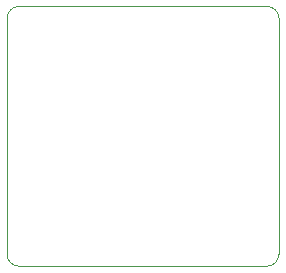
<source format=gm1>
G04 #@! TF.GenerationSoftware,KiCad,Pcbnew,(5.1.10)-1*
G04 #@! TF.CreationDate,2021-07-21T20:41:20-04:00*
G04 #@! TF.ProjectId,entropy r2,656e7472-6f70-4792-9072-322e6b696361,rev?*
G04 #@! TF.SameCoordinates,Original*
G04 #@! TF.FileFunction,Profile,NP*
%FSLAX46Y46*%
G04 Gerber Fmt 4.6, Leading zero omitted, Abs format (unit mm)*
G04 Created by KiCad (PCBNEW (5.1.10)-1) date 2021-07-21 20:41:20*
%MOMM*%
%LPD*%
G01*
G04 APERTURE LIST*
G04 #@! TA.AperFunction,Profile*
%ADD10C,0.050000*%
G04 #@! TD*
G04 APERTURE END LIST*
D10*
X133000000Y-82000000D02*
X133000000Y-62000000D01*
X155000000Y-83000000D02*
X134000000Y-83000000D01*
X156000000Y-62000000D02*
X156000000Y-82000000D01*
X134000000Y-61000000D02*
X155000000Y-61000000D01*
X134000000Y-83000000D02*
G75*
G02*
X133000000Y-82000000I0J1000000D01*
G01*
X156000000Y-82000000D02*
G75*
G02*
X155000000Y-83000000I-1000000J0D01*
G01*
X155000000Y-61000000D02*
G75*
G02*
X156000000Y-62000000I0J-1000000D01*
G01*
X133000000Y-62000000D02*
G75*
G02*
X134000000Y-61000000I1000000J0D01*
G01*
M02*

</source>
